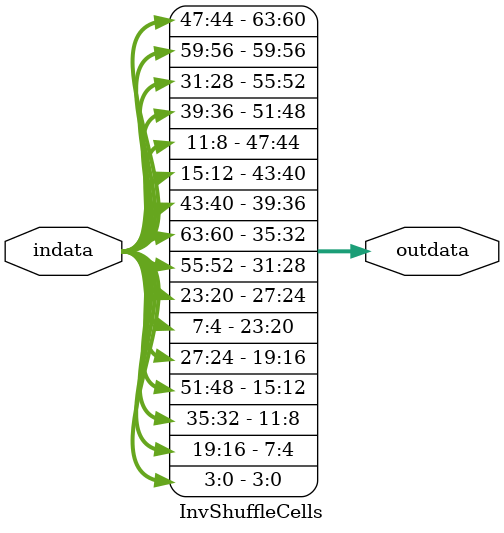
<source format=v>
module ShuffleCells
    (
        input wire [63:0] indata,
        output wire [63:0] outdata
    );
    localparam n = 64;
	localparam m=4;
    genvar i;
    localparam [0:8*16-1] perm = {
    8'h00, 8'h05, 8'h0b, 8'h0a, 8'h01, 8'h06, 8'h04, 8'h0d,
    8'h02, 8'h0c, 8'h09, 8'h0f, 8'h03, 8'h07, 8'h0e, 8'h08
    };
    generate
        for(i=0; i< (n>>2); i=i+1)begin: gen_cell1
            assign outdata[(i+1)*m-1:i*m] = indata[(perm[i*8+:8]+1)*m-1:perm[i*8+:8]*m];
        end
    endgenerate
endmodule

module InvShuffleCells
    (
        input wire [63:0] indata,
        output wire [63:0] outdata
    );
    localparam n = 64;
	localparam m=4;
    genvar i;
    localparam [0:8*16-1] perm = {
    8'h00, 8'h05, 8'h0b, 8'h0a, 8'h01, 8'h06, 8'h04, 8'h0d,
    8'h02, 8'h0c, 8'h09, 8'h0f, 8'h03, 8'h07, 8'h0e, 8'h08
    };
    generate
        for(i=0; i< (n>>2); i=i+1)begin: gen_cell2
            assign outdata[(perm[i*8+:8]+1)*m-1:perm[i*8+:8]*m] = indata[(i+1)*m-1:i*m];
        end
    endgenerate
endmodule
</source>
